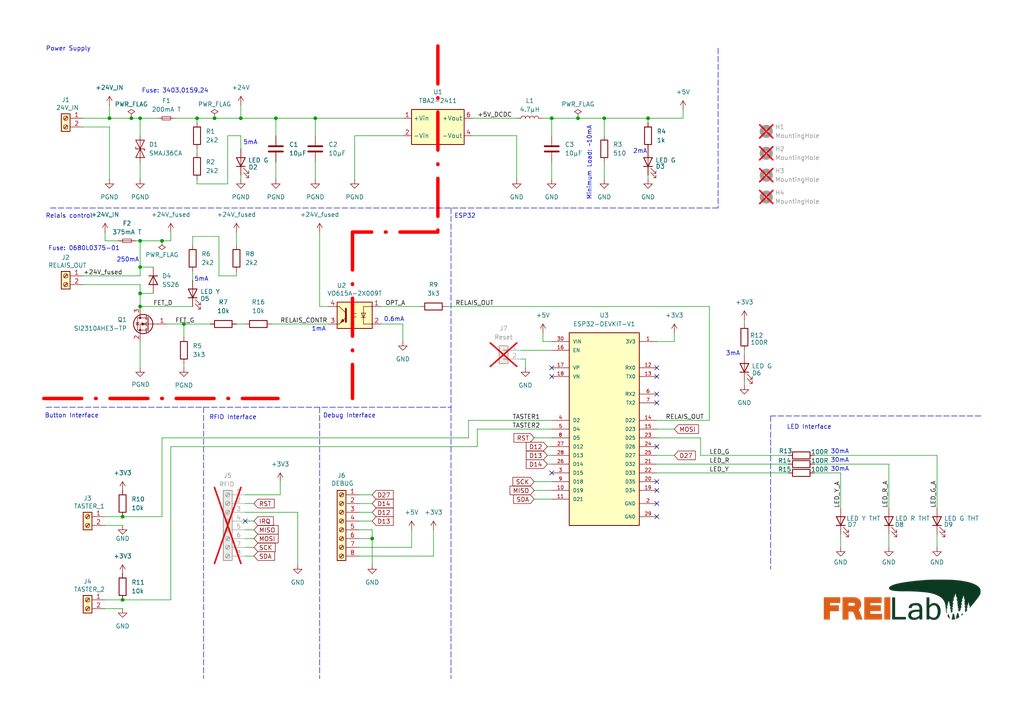
<source format=kicad_sch>
(kicad_sch (version 20250114) (generator "eeschema") (generator_version "9.0")
  (paper "A4")
  (title_block (title "RFID Interface Board") (date "2024-11-16") (rev "V2.0") (company "FreiLAB Freiburg e.V.") (comment 1 "Marius Tetard"))
  (text "2mA" (at 185.674 43.942 0) (effects (font (size 1.27 1.27))))
  (text "30mA" (at 243.586 136.144 0) (effects (font (size 1.27 1.27))))
  (text "Fuse: 3403.0159.24" (at 50.8 26.416 0) (effects (font (size 1.27 1.27))))
  (text "RFID Interface" (at 67.564 121.158 0) (effects (font (size 1.27 1.27))))
  (text "LED Interface" (at 234.696 123.952 0) (effects (font (size 1.27 1.27))))
  (text "5mA" (at 72.644 41.402 0) (effects (font (size 1.27 1.27))))
  (text "0.6mA" (at 114.3 92.71 0) (effects (font (size 1.27 1.27))))
  (text "Relais control" (at 20.066 62.738 0) (effects (font (size 1.27 1.27))))
  (text "1mA" (at 92.456 95.504 0) (effects (font (size 1.27 1.27))))
  (text "30mA" (at 243.586 131.064 0) (effects (font (size 1.27 1.27))))
  (text "30mA" (at 243.586 133.604 0) (effects (font (size 1.27 1.27))))
  (text "3mA" (at 212.598 102.616 0) (effects (font (size 1.27 1.27))))
  (text "Debug Interface" (at 101.346 120.65 0) (effects (font (size 1.27 1.27))))
  (text "5mA" (at 58.42 81.026 0) (effects (font (size 1.27 1.27))))
  (text "Button Interface" (at 20.828 120.65 0) (effects (font (size 1.27 1.27))))
  (text "250mA" (at 37.084 75.438 0) (effects (font (size 1.27 1.27))))
  (text "ESP32" (at 134.874 62.738 0) (effects (font (size 1.27 1.27))))
  (text "Power Supply" (at 19.812 14.224 0) (effects (font (size 1.27 1.27))))
  (text "Fuse: 0680L0375-01" (at 24.384 72.136 0) (effects (font (size 1.27 1.27))))
  (text "Minimum Load: ~10mA" (at 170.942 47.244 90) (effects (font (size 1.27 1.27))))
  (junction (at 69.85 34.29))
  (junction (at 35.56 173.99))
  (junction (at 35.56 149.86))
  (junction (at 160.02 34.29))
  (junction (at 40.64 85.09))
  (junction (at 57.15 34.29))
  (junction (at 167.64 34.29))
  (junction (at 91.44 34.29))
  (junction (at 40.64 69.85))
  (junction (at 62.23 34.29))
  (junction (at 175.26 34.29))
  (junction (at 40.64 34.29))
  (junction (at 40.64 77.47))
  (junction (at 107.95 156.21))
  (junction (at 38.1 34.29))
  (junction (at 40.64 88.9))
  (junction (at 53.34 93.98))
  (junction (at 80.01 34.29))
  (junction (at 46.99 69.85))
  (junction (at 187.96 34.29))
  (junction (at 31.75 34.29))
  (no_connect (at 190.5 116.84))
  (no_connect (at 190.5 109.22))
  (no_connect (at 190.5 142.24))
  (no_connect (at 190.5 149.86))
  (no_connect (at 71.12 151.13))
  (no_connect (at 160.02 109.22))
  (no_connect (at 160.02 106.68))
  (no_connect (at 160.02 137.16))
  (no_connect (at 190.5 139.7))
  (no_connect (at 190.5 106.68))
  (no_connect (at 190.5 129.54))
  (no_connect (at 190.5 146.05))
  (no_connect (at 190.5 114.3))
  (wire (pts (xy 24.13 80.01) (xy 40.64 80.01)))
  (wire (pts (xy 86.36 163.83) (xy 86.36 148.59)))
  (wire (pts (xy 107.95 151.13) (xy 104.14 151.13)))
  (wire (pts (xy 57.15 53.34) (xy 66.04 53.34)))
  (wire (pts (xy 110.49 93.98) (xy 116.84 93.98)))
  (wire (pts (xy 257.81 154.94) (xy 257.81 158.75)))
  (polyline (pts (xy 12.7 115.57) (xy 80.645 115.57)) (stroke (width 1) (type dash_dot) (color 255 0 0 1)))
  (wire (pts (xy 154.94 127) (xy 160.02 127)))
  (polyline (pts (xy 13.335 118.11) (xy 130.81 118.11)) (stroke (width 0) (type dash)))
  (wire (pts (xy 158.75 132.08) (xy 160.02 132.08)))
  (wire (pts (xy 24.13 82.55) (xy 40.64 82.55)))
  (wire (pts (xy 81.28 143.51) (xy 71.12 143.51)))
  (wire (pts (xy 205.74 121.92) (xy 205.74 88.9)))
  (wire (pts (xy 40.64 77.47) (xy 44.45 77.47)))
  (wire (pts (xy 167.64 34.29) (xy 160.02 34.29)))
  (polyline (pts (xy 102.235 67.31) (xy 102.235 115.57)) (stroke (width 1) (type dash_dot) (color 255 0 0 1)))
  (wire (pts (xy 135.89 121.92) (xy 135.89 127)))
  (wire (pts (xy 215.9 101.6) (xy 215.9 102.87)))
  (wire (pts (xy 107.95 156.21) (xy 107.95 163.83)))
  (wire (pts (xy 31.75 34.29) (xy 38.1 34.29)))
  (wire (pts (xy 73.66 156.21) (xy 71.12 156.21)))
  (wire (pts (xy 35.56 173.99) (xy 49.53 173.99)))
  (wire (pts (xy 158.75 134.62) (xy 160.02 134.62)))
  (wire (pts (xy 138.43 124.46) (xy 160.02 124.46)))
  (wire (pts (xy 195.58 124.46) (xy 190.5 124.46)))
  (wire (pts (xy 107.95 153.67) (xy 107.95 156.21)))
  (wire (pts (xy 86.36 148.59) (xy 71.12 148.59)))
  (wire (pts (xy 160.02 39.37) (xy 160.02 34.29)))
  (wire (pts (xy 30.48 67.31) (xy 30.48 69.85)))
  (wire (pts (xy 151.13 104.14) (xy 152.4 104.14)))
  (wire (pts (xy 49.53 129.54) (xy 138.43 129.54)))
  (wire (pts (xy 80.01 52.07) (xy 80.01 46.99)))
  (wire (pts (xy 236.22 134.62) (xy 257.81 134.62)))
  (wire (pts (xy 195.58 96.52) (xy 195.58 99.06)))
  (wire (pts (xy 80.01 34.29) (xy 80.01 39.37)))
  (wire (pts (xy 73.66 158.75) (xy 71.12 158.75)))
  (wire (pts (xy 69.85 34.29) (xy 80.01 34.29)))
  (wire (pts (xy 92.71 67.31) (xy 92.71 88.9)))
  (wire (pts (xy 104.14 161.29) (xy 125.73 161.29)))
  (wire (pts (xy 157.48 34.29) (xy 160.02 34.29)))
  (wire (pts (xy 53.34 106.68) (xy 53.34 105.41)))
  (wire (pts (xy 40.64 99.06) (xy 40.64 106.68)))
  (wire (pts (xy 137.16 34.29) (xy 149.86 34.29)))
  (wire (pts (xy 104.14 158.75) (xy 119.38 158.75)))
  (wire (pts (xy 40.64 34.29) (xy 45.72 34.29)))
  (wire (pts (xy 154.94 139.7) (xy 160.02 139.7)))
  (wire (pts (xy 104.14 156.21) (xy 107.95 156.21)))
  (wire (pts (xy 125.73 153.67) (xy 125.73 161.29)))
  (wire (pts (xy 30.48 176.53) (xy 35.56 176.53)))
  (wire (pts (xy 68.58 93.98) (xy 71.12 93.98)))
  (wire (pts (xy 62.23 34.29) (xy 69.85 34.29)))
  (wire (pts (xy 73.66 161.29) (xy 71.12 161.29)))
  (polyline (pts (xy 92.71 118.11) (xy 92.71 196.85)) (stroke (width 0) (type dash)))
  (wire (pts (xy 160.02 52.07) (xy 160.02 46.99)))
  (wire (pts (xy 195.58 132.08) (xy 190.5 132.08)))
  (wire (pts (xy 190.5 127) (xy 203.2 127)))
  (wire (pts (xy 50.8 34.29) (xy 57.15 34.29)))
  (wire (pts (xy 198.12 31.75) (xy 198.12 34.29)))
  (wire (pts (xy 55.88 68.58) (xy 55.88 71.12)))
  (wire (pts (xy 187.96 34.29) (xy 198.12 34.29)))
  (wire (pts (xy 63.5 80.01) (xy 63.5 68.58)))
  (polyline (pts (xy 284.48 120.65) (xy 223.52 120.65)) (stroke (width 0) (type dash)))
  (wire (pts (xy 157.48 99.06) (xy 160.02 99.06)))
  (polyline (pts (xy 208.28 13.97) (xy 208.28 60.325)) (stroke (width 0) (type dash)))
  (wire (pts (xy 57.15 34.29) (xy 62.23 34.29)))
  (polyline (pts (xy 223.52 120.65) (xy 223.52 165.1)) (stroke (width 0) (type dash)))
  (wire (pts (xy 236.22 137.16) (xy 243.84 137.16)))
  (wire (pts (xy 243.84 137.16) (xy 243.84 147.32)))
  (wire (pts (xy 271.78 132.08) (xy 271.78 147.32)))
  (polyline (pts (xy 127 67.31) (xy 102.235 67.31)) (stroke (width 1) (type dash_dot) (color 255 0 0 1)))
  (wire (pts (xy 175.26 34.29) (xy 167.64 34.29)))
  (wire (pts (xy 30.48 173.99) (xy 35.56 173.99)))
  (wire (pts (xy 40.64 69.85) (xy 46.99 69.85)))
  (wire (pts (xy 63.5 68.58) (xy 55.88 68.58)))
  (wire (pts (xy 154.94 142.24) (xy 160.02 142.24)))
  (wire (pts (xy 236.22 132.08) (xy 271.78 132.08)))
  (wire (pts (xy 48.26 93.98) (xy 53.34 93.98)))
  (wire (pts (xy 69.85 52.07) (xy 69.85 50.8)))
  (wire (pts (xy 35.56 149.86) (xy 46.99 149.86)))
  (wire (pts (xy 81.28 139.7) (xy 81.28 143.51)))
  (wire (pts (xy 40.64 52.07) (xy 40.64 46.99)))
  (wire (pts (xy 158.75 129.54) (xy 160.02 129.54)))
  (wire (pts (xy 40.64 88.9) (xy 55.88 88.9)))
  (wire (pts (xy 91.44 39.37) (xy 91.44 34.29)))
  (wire (pts (xy 135.89 127) (xy 46.99 127)))
  (wire (pts (xy 30.48 152.4) (xy 35.56 152.4)))
  (wire (pts (xy 190.5 99.06) (xy 195.58 99.06)))
  (wire (pts (xy 55.88 78.74) (xy 55.88 81.28)))
  (wire (pts (xy 80.01 34.29) (xy 91.44 34.29)))
  (wire (pts (xy 154.94 144.78) (xy 160.02 144.78)))
  (wire (pts (xy 73.66 151.13) (xy 71.12 151.13)))
  (wire (pts (xy 187.96 34.29) (xy 187.96 35.56)))
  (polyline (pts (xy 59.055 118.11) (xy 59.055 196.85)) (stroke (width 0) (type dash)))
  (wire (pts (xy 73.66 153.67) (xy 71.12 153.67)))
  (wire (pts (xy 78.74 93.98) (xy 95.25 93.98)))
  (wire (pts (xy 215.9 92.71) (xy 215.9 93.98)))
  (wire (pts (xy 24.13 34.29) (xy 31.75 34.29)))
  (wire (pts (xy 175.26 46.99) (xy 175.26 52.07)))
  (wire (pts (xy 68.58 67.31) (xy 68.58 71.12)))
  (wire (pts (xy 57.15 34.29) (xy 57.15 35.56)))
  (wire (pts (xy 30.48 149.86) (xy 35.56 149.86)))
  (wire (pts (xy 187.96 52.07) (xy 187.96 50.8)))
  (wire (pts (xy 110.49 88.9) (xy 121.92 88.9)))
  (wire (pts (xy 49.53 69.85) (xy 49.53 67.31)))
  (wire (pts (xy 46.99 127) (xy 46.99 149.86)))
  (wire (pts (xy 215.9 111.76) (xy 215.9 110.49)))
  (wire (pts (xy 40.64 69.85) (xy 40.64 77.47)))
  (polyline (pts (xy 130.81 60.325) (xy 130.81 118.11)) (stroke (width 0) (type dash)))
  (wire (pts (xy 203.2 127) (xy 203.2 132.08)))
  (wire (pts (xy 39.37 69.85) (xy 40.64 69.85)))
  (wire (pts (xy 129.54 88.9) (xy 205.74 88.9)))
  (wire (pts (xy 149.86 39.37) (xy 149.86 52.07)))
  (wire (pts (xy 69.85 30.48) (xy 69.85 34.29)))
  (wire (pts (xy 31.75 36.83) (xy 31.75 52.07)))
  (wire (pts (xy 152.4 104.14) (xy 152.4 106.68)))
  (wire (pts (xy 40.64 80.01) (xy 40.64 77.47)))
  (wire (pts (xy 190.5 134.62) (xy 228.6 134.62)))
  (wire (pts (xy 257.81 147.32) (xy 257.81 134.62)))
  (wire (pts (xy 24.13 36.83) (xy 31.75 36.83)))
  (wire (pts (xy 38.1 34.29) (xy 40.64 34.29)))
  (wire (pts (xy 190.5 137.16) (xy 228.6 137.16)))
  (wire (pts (xy 102.87 39.37) (xy 116.84 39.37)))
  (wire (pts (xy 138.43 129.54) (xy 138.43 124.46)))
  (wire (pts (xy 40.64 85.09) (xy 44.45 85.09)))
  (wire (pts (xy 116.84 93.98) (xy 116.84 99.06)))
  (wire (pts (xy 49.53 173.99) (xy 49.53 129.54)))
  (wire (pts (xy 203.2 132.08) (xy 228.6 132.08)))
  (wire (pts (xy 53.34 93.98) (xy 60.96 93.98)))
  (wire (pts (xy 137.16 39.37) (xy 149.86 39.37)))
  (wire (pts (xy 151.13 101.6) (xy 160.02 101.6)))
  (wire (pts (xy 57.15 43.18) (xy 57.15 44.45)))
  (polyline (pts (xy 130.81 118.11) (xy 130.81 196.85)) (stroke (width 0) (type dash)))
  (wire (pts (xy 30.48 69.85) (xy 34.29 69.85)))
  (polyline (pts (xy 127 13.335) (xy 127 67.31)) (stroke (width 1) (type dash_dot) (color 255 0 0 1)))
  (wire (pts (xy 73.66 146.05) (xy 71.12 146.05)))
  (wire (pts (xy 91.44 52.07) (xy 91.44 46.99)))
  (wire (pts (xy 68.58 78.74) (xy 68.58 80.01)))
  (wire (pts (xy 102.87 52.07) (xy 102.87 39.37)))
  (wire (pts (xy 66.04 39.37) (xy 69.85 39.37)))
  (wire (pts (xy 107.95 146.05) (xy 104.14 146.05)))
  (wire (pts (xy 40.64 34.29) (xy 40.64 39.37)))
  (wire (pts (xy 135.89 121.92) (xy 160.02 121.92)))
  (wire (pts (xy 190.5 121.92) (xy 205.74 121.92)))
  (polyline (pts (xy 14.605 60.325) (xy 208.28 60.325)) (stroke (width 0) (type dash)))
  (wire (pts (xy 68.58 80.01) (xy 63.5 80.01)))
  (wire (pts (xy 104.14 153.67) (xy 107.95 153.67)))
  (wire (pts (xy 243.84 154.94) (xy 243.84 158.75)))
  (wire (pts (xy 119.38 153.67) (xy 119.38 158.75)))
  (wire (pts (xy 175.26 39.37) (xy 175.26 34.29)))
  (wire (pts (xy 175.26 34.29) (xy 187.96 34.29)))
  (wire (pts (xy 31.75 30.48) (xy 31.75 34.29)))
  (wire (pts (xy 46.99 69.85) (xy 49.53 69.85)))
  (wire (pts (xy 92.71 88.9) (xy 95.25 88.9)))
  (wire (pts (xy 53.34 93.98) (xy 53.34 97.79)))
  (wire (pts (xy 271.78 154.94) (xy 271.78 158.75)))
  (wire (pts (xy 66.04 53.34) (xy 66.04 39.37)))
  (wire (pts (xy 57.15 52.07) (xy 57.15 53.34)))
  (wire (pts (xy 157.48 96.52) (xy 157.48 99.06)))
  (wire (pts (xy 40.64 82.55) (xy 40.64 85.09)))
  (wire (pts (xy 107.95 143.51) (xy 104.14 143.51)))
  (wire (pts (xy 40.64 85.09) (xy 40.64 88.9)))
  (wire (pts (xy 91.44 34.29) (xy 116.84 34.29)))
  (wire (pts (xy 107.95 148.59) (xy 104.14 148.59)))
  (wire (pts (xy 69.85 39.37) (xy 69.85 43.18)))
  (image (at 261.62 173.99) (scale 0.909003))
  (label "RELAIS_OUT" (at 193.04 121.92 0))
  (label "TASTER2" (at 148.59 124.46 0))
  (label "LED_R_A" (at 257.81 147.32 90))
  (label "LED_Y" (at 205.74 137.16 0))
  (label "LED_R" (at 205.74 134.62 0))
  (label "+5V_DCDC" (at 138.43 34.29 0))
  (label "RELAIS_OUT" (at 132.08 88.9 0))
  (label "+24V_fused" (at 24.13 80.01 0))
  (label "OPT_A" (at 111.76 88.9 0))
  (label "LED_G" (at 205.74 132.08 0))
  (label "LED_G_A" (at 271.78 147.32 90))
  (label "LED_Y_A" (at 243.84 147.32 90))
  (label "FET_D" (at 44.45 88.9 0))
  (label "RELAIS_CONTR" (at 81.28 93.98 0))
  (label "FET_G" (at 50.8 93.98 0))
  (label "TASTER1" (at 148.59 121.92 0))
  (global_label "D14" (shape input) (at 107.95 146.05 0) (property "Intersheetrefs" "${INTERSHEET_REFS}" (effects (hide yes))))
  (global_label "SCK" (shape input) (at 73.66 158.75 0) (property "Intersheetrefs" "${INTERSHEET_REFS}" (effects (hide yes))))
  (global_label "D27" (shape input) (at 107.95 143.51 0) (property "Intersheetrefs" "${INTERSHEET_REFS}" (effects (hide yes))))
  (global_label "MISO" (shape input) (at 154.94 142.24 180) (property "Intersheetrefs" "${INTERSHEET_REFS}" (effects (hide yes))))
  (global_label "RST" (shape input) (at 154.94 127 180) (property "Intersheetrefs" "${INTERSHEET_REFS}" (effects (hide yes))))
  (global_label "D27" (shape input) (at 195.58 132.08 0) (property "Intersheetrefs" "${INTERSHEET_REFS}" (effects (hide yes))))
  (global_label "SCK" (shape input) (at 154.94 139.7 180) (property "Intersheetrefs" "${INTERSHEET_REFS}" (effects (hide yes))))
  (global_label "SDA" (shape input) (at 154.94 144.78 180) (property "Intersheetrefs" "${INTERSHEET_REFS}" (effects (hide yes))))
  (global_label "D13" (shape input) (at 107.95 151.13 0) (property "Intersheetrefs" "${INTERSHEET_REFS}" (effects (hide yes))))
  (global_label "D13" (shape input) (at 158.75 132.08 180) (property "Intersheetrefs" "${INTERSHEET_REFS}" (effects (hide yes))))
  (global_label "D12" (shape input) (at 107.95 148.59 0) (property "Intersheetrefs" "${INTERSHEET_REFS}" (effects (hide yes))))
  (global_label "MOSI" (shape input) (at 73.66 156.21 0) (property "Intersheetrefs" "${INTERSHEET_REFS}" (effects (hide yes))))
  (global_label "D14" (shape input) (at 158.75 134.62 180) (property "Intersheetrefs" "${INTERSHEET_REFS}" (effects (hide yes))))
  (global_label "MISO" (shape input) (at 73.66 153.67 0) (property "Intersheetrefs" "${INTERSHEET_REFS}" (effects (hide yes))))
  (global_label "MOSI" (shape input) (at 195.58 124.46 0) (property "Intersheetrefs" "${INTERSHEET_REFS}" (effects (hide yes))))
  (global_label "SDA" (shape input) (at 73.66 161.29 0) (property "Intersheetrefs" "${INTERSHEET_REFS}" (effects (hide yes))))
  (global_label "IRQ" (shape input) (at 73.66 151.13 0) (property "Intersheetrefs" "${INTERSHEET_REFS}" (effects (hide yes))))
  (global_label "RST" (shape input) (at 73.66 146.05 0) (property "Intersheetrefs" "${INTERSHEET_REFS}" (effects (hide yes))))
  (global_label "D12" (shape input) (at 158.75 129.54 180) (property "Intersheetrefs" "${INTERSHEET_REFS}" (effects (hide yes))))
  (symbol (lib_id "power:+5V") (at 157.48 96.52 0) (unit 1)
    (property "Reference" "#PWR0129" (effects (hide yes)))
    (property "Value" "+5V" (at 157.48 91.44 0))
    (property "Description" "Power symbol creates a global label with name \"+5V\"" (effects (hide yes)))
  )
  (symbol (lib_id "Device:LED") (at 271.78 151.13 90) (unit 1)
    (property "Reference" "D9" (at 275.082 152.146 90))
    (property "Value" "LED G THT" (at 278.892 150.368 90))
    (property "Footprint" "LED_THT:LED_D5.0mm_Horizontal_O6.35mm_Z15.0mm" (effects (hide yes)))
    (property "Description" "Light emitting diode" (effects (hide yes)))
    (property "Digikey" "1516-1364-ND" (effects (hide yes)))
  )
  (symbol (lib_id "power:+24V") (at 68.58 67.31 0) (mirror y) (unit 1)
    (property "Reference" "#PWR0113" (effects (hide yes)))
    (property "Value" "+24V_fused" (at 68.58 62.23 0))
    (property "Description" "Power symbol creates a global label with name \"+24V\"" (effects (hide yes)))
  )
  (symbol (lib_id "Mechanical:MountingHole") (at 222.25 57.15 0) (unit 1) (exclude_from_sim yes) (in_bom no) (dnp yes)
    (property "Reference" "H4" (at 224.79 55.8799 0) (effects (justify left)))
    (property "Value" "MountingHole" (at 224.79 58.4199 0) (effects (justify left)))
    (property "Footprint" "MountingHole:MountingHole_4mm" (effects (hide yes)))
    (property "Description" "Mounting Hole without connection" (effects (hide yes)))
  )
  (symbol (lib_id "Device:R") (at 68.58 74.93 0) (unit 1)
    (property "Reference" "R8" (at 71.12 73.6599 0) (effects (justify left)))
    (property "Value" "2k2" (at 71.12 76.1999 0) (effects (justify left)))
    (property "Footprint" "Resistor_SMD:R_0603_1608Metric" (effects (hide yes)))
    (property "Description" "Resistor" (effects (hide yes)))
    (property "Size" "0603" (effects (hide yes)))
    (property "Power Rating" "100mW" (effects (hide yes)))
    (property "Digikey" "13-RC0603FR-132K2LCT-ND" (effects (hide yes)))
    (property "LCSC Part #" "C2907117" (effects (hide yes)))
  )
  (symbol (lib_id "Device:R") (at 175.26 43.18 180) (unit 1)
    (property "Reference" "R3" (at 177.8 41.9099 0) (effects (justify right)))
    (property "Value" "510" (at 177.8 44.4499 0) (effects (justify right)))
    (property "Footprint" "Resistor_SMD:R_0603_1608Metric" (effects (hide yes)))
    (property "Description" "Resistor" (effects (hide yes)))
    (property "Size" "0603" (effects (hide yes)))
    (property "Power Rating" "100mW" (effects (hide yes)))
    (property "Digikey" "311-510HRCT-ND" (effects (hide yes)))
    (property "LCSC Part #" "C2907048" (effects (hide yes)))
  )
  (symbol (lib_id "Device:R") (at 64.77 93.98 90) (unit 1)
    (property "Reference" "R7" (at 64.77 87.63 90))
    (property "Value" "10k" (at 64.77 90.17 90))
    (property "Footprint" "Resistor_SMD:R_0603_1608Metric" (effects (hide yes)))
    (property "Description" "Resistor" (effects (hide yes)))
    (property "Size" "0603" (effects (hide yes)))
    (property "Power Rating" "100mW" (effects (hide yes)))
    (property "Digikey" "311-10.0KHRCT-ND" (effects (hide yes)))
    (property "LCSC Part #" "C15401" (effects (hide yes)))
  )
  (symbol (lib_id "Device:LED") (at 257.81 151.13 90) (unit 1)
    (property "Reference" "D8" (at 260.858 152.146 90))
    (property "Value" "LED R THT" (at 264.668 150.368 90))
    (property "Footprint" "LED_THT:LED_D5.0mm_Horizontal_O6.35mm_Z15.0mm" (effects (hide yes)))
    (property "Description" "Light emitting diode" (effects (hide yes)))
    (property "Digikey" "1516-1359-ND" (effects (hide yes)))
  )
  (symbol (lib_id "Connector:Screw_Terminal_01x08") (at 99.06 151.13 0) (mirror y) (unit 1)
    (property "Reference" "J6" (at 99.06 137.922 0))
    (property "Value" "DEBUG" (at 99.314 140.208 0))
    (property "Footprint" "Connector_PinHeader_2.54mm:PinHeader_1x08_P2.54mm_Vertical" (effects (hide yes)))
    (property "Description" "Generic screw terminal, single row, 01x08, script generated (kicad-library-utils/schlib/autogen/connector/)" (effects (hide yes)))
  )
  (symbol (lib_id "power:GND") (at 35.56 152.4 0) (unit 1)
    (property "Reference" "#PWR0104" (effects (hide yes)))
    (property "Value" "GND" (at 35.56 156.21 0))
    (property "Description" "Power symbol creates a global label with name \"GND\" , ground" (effects (hide yes)))
  )
  (symbol (lib_id "power:GND") (at 149.86 52.07 0) (unit 1)
    (property "Reference" "#PWR0124" (effects (hide yes)))
    (property "Value" "GND" (at 149.86 57.15 0))
    (property "Description" "Power symbol creates a global label with name \"GND\" , ground" (effects (hide yes)))
  )
  (symbol (lib_id "Device:R") (at 232.41 134.62 90) (unit 1)
    (property "Reference" "R14" (at 227.584 133.604 90))
    (property "Value" "100R" (at 237.744 133.604 90))
    (property "Footprint" "Resistor_SMD:R_0805_2012Metric" (effects (hide yes)))
    (property "Description" "Resistor" (effects (hide yes)))
    (property "Size" "0805" (effects (hide yes)))
    (property "Power Rating" "125mW" (effects (hide yes)))
    (property "Digikey" "311-100CRCT-ND" (effects (hide yes)))
    (property "LCSC Part #" "C103909" (effects (hide yes)))
  )
  (symbol (lib_id "Device:R") (at 55.88 74.93 0) (unit 1)
    (property "Reference" "R6" (at 58.42 73.6599 0) (effects (justify left)))
    (property "Value" "2k2" (at 58.42 76.1999 0) (effects (justify left)))
    (property "Footprint" "Resistor_SMD:R_0603_1608Metric" (effects (hide yes)))
    (property "Description" "Resistor" (effects (hide yes)))
    (property "Size" "0603" (effects (hide yes)))
    (property "Power Rating" "100mW" (effects (hide yes)))
    (property "Digikey" "13-RC0603FR-132K2LCT-ND" (effects (hide yes)))
    (property "LCSC Part #" "C2907117" (effects (hide yes)))
  )
  (symbol (lib_id "power:GND") (at 215.9 111.76 0) (unit 1)
    (property "Reference" "#PWR0130" (effects (hide yes)))
    (property "Value" "GND" (at 215.9 116.84 0))
    (property "Description" "Power symbol creates a global label with name \"GND\" , ground" (effects (hide yes)))
  )
  (symbol (lib_id "power:GND") (at 257.81 158.75 0) (unit 1)
    (property "Reference" "#PWR0134" (effects (hide yes)))
    (property "Value" "GND" (at 259.842 163.068 0) (effects (justify right)))
    (property "Description" "Power symbol creates a global label with name \"GND\" , ground" (effects (hide yes)))
  )
  (symbol (lib_id "esp32-devkit-v1:ESP32-DEVKIT-V1") (at 175.26 124.46 0) (unit 1)
    (property "Reference" "U3" (at 175.26 91.44 0))
    (property "Value" "ESP32-DEVKIT-V1" (at 175.26 93.98 0))
    (property "Footprint" "ESP32-DEVKIT-V1:MODULE_ESP32_DEVKIT_V1" (effects (hide yes)))
    (property "MANUFACTURER" "DOIT" (effects (hide yes)))
    (property "PARTREV" "N/A" (effects (hide yes)))
    (property "MAXIMUM_PACKAGE_HEIGHT" "6.8 mm" (effects (hide yes)))
    (property "STANDARD" "Manufacturer Recommendations" (effects (hide yes)))
  )
  (symbol (lib_id "Connector:Screw_Terminal_01x08") (at 66.04 151.13 0) (mirror y) (unit 1) (dnp yes)
    (property "Reference" "J5" (at 66.04 137.922 0))
    (property "Value" "RFID" (at 65.786 140.462 0))
    (property "Footprint" "Connector_PinHeader_2.54mm:PinHeader_1x08_P2.54mm_Vertical" (effects (hide yes)))
    (property "Description" "Generic screw terminal, single row, 01x08, script generated (kicad-library-utils/schlib/autogen/connector/)" (effects (hide yes)))
  )
  (symbol (lib_id "Device:R") (at 74.93 93.98 90) (unit 1)
    (property "Reference" "R16" (at 74.93 87.63 90))
    (property "Value" "10k" (at 74.93 90.17 90))
    (property "Footprint" "Resistor_SMD:R_0603_1608Metric" (effects (hide yes)))
    (property "Description" "Resistor" (effects (hide yes)))
    (property "Size" "0603" (effects (hide yes)))
    (property "Power Rating" "100mW" (effects (hide yes)))
    (property "Digikey" "311-10.0KHRCT-ND" (effects (hide yes)))
    (property "LCSC Part #" "C15401" (effects (hide yes)))
  )
  (symbol (lib_id "power:+5V") (at 198.12 31.75 0) (unit 1)
    (property "Reference" "#PWR0122" (effects (hide yes)))
    (property "Value" "+5V" (at 198.12 26.67 0))
    (property "Description" "Power symbol creates a global label with name \"+5V\"" (effects (hide yes)))
  )
  (symbol (lib_id "Device:C") (at 160.02 43.18 0) (unit 1)
    (property "Reference" "C3" (at 163.83 41.9099 0) (effects (justify left)))
    (property "Value" "10µF" (at 163.83 44.4499 0) (effects (justify left)))
    (property "Footprint" "Capacitor_SMD:C_0805_2012Metric" (effects (hide yes)))
    (property "Description" "Unpolarized capacitor" (effects (hide yes)))
    (property "Size" "0805" (effects (hide yes)))
    (property "Voltage Rating" "50V" (effects (hide yes)))
    (property "Digikey" "490-GRM21BR61H106KE43KCT-ND" (effects (hide yes)))
    (property "LCSC Part #" "C440198" (effects (hide yes)))
  )
  (symbol (lib_id "power:GND") (at 91.44 52.07 0) (unit 1)
    (property "Reference" "#PWR0115" (effects (hide yes)))
    (property "Value" "PGND" (at 91.44 57.15 0))
    (property "Description" "Power symbol creates a global label with name \"GND\" , ground" (effects (hide yes)))
  )
  (symbol (lib_id "power:PWR_FLAG") (at 167.64 34.29 0) (unit 1)
    (property "Reference" "#FLG02" (effects (hide yes)))
    (property "Value" "PWR_FLAG" (at 167.64 30.226 0))
    (property "Description" "Special symbol for telling ERC where power comes from" (effects (hide yes)))
  )
  (symbol (lib_id "power:+5V") (at 195.58 96.52 0) (unit 1)
    (property "Reference" "#PWR0131" (effects (hide yes)))
    (property "Value" "+3V3" (at 195.58 91.44 0))
    (property "Description" "Power symbol creates a global label with name \"+5V\"" (effects (hide yes)))
  )
  (symbol (lib_id "power:GND") (at 116.84 99.06 0) (unit 1)
    (property "Reference" "#PWR0101" (effects (hide yes)))
    (property "Value" "GND" (at 116.84 104.14 0))
    (property "Description" "Power symbol creates a global label with name \"GND\" , ground" (effects (hide yes)))
  )
  (symbol (lib_id "Device:R") (at 232.41 137.16 90) (unit 1)
    (property "Reference" "R15" (at 227.584 136.144 90))
    (property "Value" "100R" (at 237.744 136.144 90))
    (property "Footprint" "Resistor_SMD:R_0805_2012Metric" (effects (hide yes)))
    (property "Description" "Resistor" (effects (hide yes)))
    (property "Size" "0805" (effects (hide yes)))
    (property "Power Rating" "125mW" (effects (hide yes)))
    (property "Digikey" "311-100CRCT-ND" (effects (hide yes)))
    (property "LCSC Part #" "C103909" (effects (hide yes)))
  )
  (symbol (lib_id "power:GND") (at 107.95 163.83 0) (unit 1)
    (property "Reference" "#PWR0105" (effects (hide yes)))
    (property "Value" "GND" (at 107.95 168.91 0))
    (property "Description" "Power symbol creates a global label with name \"GND\" , ground" (effects (hide yes)))
  )
  (symbol (lib_id "Transistor_FET:2N7002") (at 43.18 93.98 0) (mirror y) (unit 1)
    (property "Reference" "Q1" (at 36.83 92.7099 0) (effects (justify left)))
    (property "Value" "SI2310AHE3-TP" (at 36.83 95.2499 0) (effects (justify left)))
    (property "Footprint" "Package_TO_SOT_SMD:SOT-23" (effects (hide yes)))
    (property "Datasheet" "https://wmsc.lcsc.com/wmsc/upload/file/pdf/v2/lcsc/2307211758_MCC-Micro-Commercial-Components-SI2310AHE3-TP_C5243799.pdf" (effects (hide yes)))
    (property "Description" "N-Channel 60 V 3A 1.2W Surface Mount SOT-23" (effects (hide yes)))
    (property "Digikey" "353-SI2310AHE3-TP-ND" (effects (hide yes)))
    (property "LCSC Part #" "C5243799" (effects (hide yes)))
  )
  (symbol (lib_id "Converter_DCDC:TBA2-2411") (at 127 36.83 0) (unit 1)
    (property "Reference" "U1" (at 127 26.67 0))
    (property "Value" "TBA2-2411" (at 127 29.21 0))
    (property "Footprint" "Converter_DCDC:Converter_DCDC_TRACO_TBA2-xxxx_Single_THT" (effects (hide yes)))
    (property "Datasheet" "https://www.tracopower.com/products/tba2.pdf" (effects (hide yes)))
    (property "Description" "2W DC/DC converter unregulated, 21.6-26.4V input, 5V fixed output voltage, 400mA output, 1.5kVDC isolation, SIP-7" (effects (hide yes)))
    (property "Digikey" "1951-3441-ND" (effects (hide yes)))
  )
  (symbol (lib_id "power:GND") (at 35.56 176.53 0) (unit 1)
    (property "Reference" "#PWR0106" (effects (hide yes)))
    (property "Value" "GND" (at 35.56 181.61 0))
    (property "Description" "Power symbol creates a global label with name \"GND\" , ground" (effects (hide yes)))
  )
  (symbol (lib_id "power:GND") (at 152.4 106.68 0) (unit 1)
    (property "Reference" "#PWR02" (effects (hide yes)))
    (property "Value" "GND" (at 152.4 111.76 0))
    (property "Description" "Power symbol creates a global label with name \"GND\" , ground" (effects (hide yes)))
  )
  (symbol (lib_id "power:PWR_FLAG") (at 38.1 34.29 0) (unit 1)
    (property "Reference" "#FLG03" (effects (hide yes)))
    (property "Value" "PWR_FLAG" (at 38.1 30.226 0))
    (property "Description" "Special symbol for telling ERC where power comes from" (effects (hide yes)))
  )
  (symbol (lib_id "Device:R") (at 125.73 88.9 270) (mirror x) (unit 1)
    (property "Reference" "R9" (at 125.73 82.55 90))
    (property "Value" "3k3" (at 125.73 85.09 90))
    (property "Footprint" "Resistor_SMD:R_0603_1608Metric" (effects (hide yes)))
    (property "Description" "Resistor" (effects (hide yes)))
    (property "Size" "0603" (effects (hide yes)))
    (property "Power Rating" "100mW" (effects (hide yes)))
    (property "Digikey" "311-3.30KHRCT-ND" (effects (hide yes)))
    (property "LCSC Part #" "C22978" (effects (hide yes)))
  )
  (symbol (lib_id "Device:LED") (at 215.9 106.68 90) (unit 1)
    (property "Reference" "D6" (at 219.456 108.204 90))
    (property "Value" "LED G" (at 220.98 106.172 90))
    (property "Footprint" "LED_SMD:LED_0603_1608Metric" (effects (hide yes)))
    (property "Description" "Light emitting diode" (effects (hide yes)))
    (property "Size" "0603" (effects (hide yes)))
    (property "Digikey" "160-1183-1-ND" (effects (hide yes)))
    (property "LCSC Part #" "C22371298" (effects (hide yes)))
  )
  (symbol (lib_id "power:+5V") (at 119.38 153.67 0) (unit 1)
    (property "Reference" "#PWR0128" (effects (hide yes)))
    (property "Value" "+5V" (at 119.38 148.59 0))
    (property "Description" "Power symbol creates a global label with name \"+5V\"" (effects (hide yes)))
  )
  (symbol (lib_id "power:GND") (at 102.87 52.07 0) (unit 1)
    (property "Reference" "#PWR0114" (effects (hide yes)))
    (property "Value" "PGND" (at 102.87 57.15 0))
    (property "Description" "Power symbol creates a global label with name \"GND\" , ground" (effects (hide yes)))
  )
  (symbol (lib_id "Device:Fuse_Small") (at 36.83 69.85 180) (unit 1)
    (property "Reference" "F2" (at 36.83 64.77 0))
    (property "Value" "375mA T" (at 36.83 67.31 0))
    (property "Footprint" "Fuse:Fuse_Littelfuse-NANO2-451_453" (effects (hide yes)))
    (property "Description" "FUSE BRD MT 375MA 125VAC/VDC SMD" (effects (hide yes)))
    (property "Digikey" "5923-0680L0375-01CT-ND" (effects (hide yes)))
  )
  (symbol (lib_id "Device:R") (at 187.96 39.37 0) (unit 1)
    (property "Reference" "R4" (at 190.5 38.0999 0) (effects (justify left)))
    (property "Value" "1k" (at 190.5 40.6399 0) (effects (justify left)))
    (property "Footprint" "Resistor_SMD:R_0603_1608Metric" (effects (hide yes)))
    (property "Description" "Resistor" (effects (hide yes)))
    (property "Size" "0603" (effects (hide yes)))
    (property "Power Rating" "100mW" (effects (hide yes)))
    (property "Digikey" "311-1.00KHRCT-ND" (effects (hide yes)))
    (property "LCSC Part #" "C21190" (effects (hide yes)))
  )
  (symbol (lib_id "Device:D") (at 44.45 81.28 270) (unit 1)
    (property "Reference" "D4" (at 46.99 80.0099 90) (effects (justify left)))
    (property "Value" "SS26" (at 46.99 82.5499 90) (effects (justify left)))
    (property "Footprint" "Diode_SMD:D_SMA" (effects (hide yes)))
    (property "Datasheet" "https://wmsc.lcsc.com/wmsc/upload/file/pdf/v2/lcsc/2301300930_ElecSuper-SS26_C5350986.pdf" (effects (hide yes)))
    (property "Description" "Diode" (effects (hide yes)))
    (property "Sim.Device" "D" (effects (hide yes)))
    (property "Sim.Pins" "1=K 2=A" (effects (hide yes)))
    (property "Size" "SMA" (effects (hide yes)))
    (property "Digikey" "SS26-LTPMSCT-ND" (effects (hide yes)))
    (property "LCSC Part #" "C5350986" (effects (hide yes)))
  )
  (symbol (lib_id "Device:L") (at 153.67 34.29 90) (unit 1)
    (property "Reference" "L1" (at 153.67 29.21 90))
    (property "Value" "4.7µH" (at 153.67 31.75 90))
    (property "Footprint" "Inductor_SMD:L_Chilisin_BMRB00060650" (effects (hide yes)))
    (property "Description" "Inductor" (effects (hide yes)))
    (property "Size" "6.6mm x 7.2mm" (effects (hide yes)))
    (property "Digikey" "445-174746-1-ND" (effects (hide yes)))
    (property "LCSC Part #" "C5189938" (effects (hide yes)))
  )
  (symbol (lib_id "power:+24V") (at 31.75 30.48 0) (mirror y) (unit 1)
    (property "Reference" "#PWR0121" (effects (hide yes)))
    (property "Value" "+24V_IN" (at 31.75 25.4 0))
    (property "Description" "Power symbol creates a global label with name \"+24V\"" (effects (hide yes)))
  )
  (symbol (lib_id "Device:R") (at 57.15 48.26 0) (unit 1)
    (property "Reference" "R2" (at 59.69 46.9899 0) (effects (justify left)))
    (property "Value" "2k2" (at 59.69 49.5299 0) (effects (justify left)))
    (property "Footprint" "Resistor_SMD:R_0603_1608Metric" (effects (hide yes)))
    (property "Description" "Resistor" (effects (hide yes)))
    (property "Size" "0603" (effects (hide yes)))
    (property "Power Rating" "100mW" (effects (hide yes)))
    (property "Digikey" "13-RC0603FR-132K2LCT-ND" (effects (hide yes)))
    (property "LCSC Part #" "C2907117" (effects (hide yes)))
  )
  (symbol (lib_id "power:+3V3") (at 35.56 142.24 0) (unit 1)
    (property "Reference" "#PWR0103" (effects (hide yes)))
    (property "Value" "+3V3" (at 35.56 137.16 0))
    (property "Description" "Power symbol creates a global label with name \"+3V3\"" (effects (hide yes)))
  )
  (symbol (lib_id "Connector:Screw_Terminal_01x02") (at 25.4 149.86 0) (mirror y) (unit 1)
    (property "Reference" "J3" (at 25.4 144.526 0))
    (property "Value" "TASTER_1" (at 25.908 146.812 0))
    (property "Footprint" "TerminalBlock_Phoenix:TerminalBlock_Phoenix_PT-1,5-2-3.5-H_1x02_P3.50mm_Horizontal" (effects (hide yes)))
    (property "Description" "TERM BLK 2POS SIDE ENT 3.5MM PCB" (effects (hide yes)))
    (property "Digikey" "277-1721-ND" (effects (hide yes)))
    (property "Other" "Phoenix 1984617" (effects (hide yes)))
  )
  (symbol (lib_id "Device:Fuse_Small") (at 48.26 34.29 0) (unit 1)
    (property "Reference" "F1" (at 48.26 29.21 0))
    (property "Value" "200mA T" (at 48.26 31.75 0))
    (property "Footprint" "Fuse:Fuse_Schurter_UMZ250" (effects (hide yes)))
    (property "Description" "Fuse, small symbol" (effects (hide yes)))
    (property "Digikey" "486-4658-1-ND" (effects (hide yes)))
  )
  (symbol (lib_id "power:GND") (at 271.78 158.75 0) (unit 1)
    (property "Reference" "#PWR0135" (effects (hide yes)))
    (property "Value" "GND" (at 273.812 163.068 0) (effects (justify right)))
    (property "Description" "Power symbol creates a global label with name \"GND\" , ground" (effects (hide yes)))
  )
  (symbol (lib_id "Device:R") (at 57.15 39.37 0) (unit 1)
    (property "Reference" "R1" (at 59.69 38.0999 0) (effects (justify left)))
    (property "Value" "2k2" (at 59.69 40.6399 0) (effects (justify left)))
    (property "Footprint" "Resistor_SMD:R_0603_1608Metric" (effects (hide yes)))
    (property "Description" "Resistor" (effects (hide yes)))
    (property "Size" "0603" (effects (hide yes)))
    (property "Power Rating" "100mW" (effects (hide yes)))
    (property "Digikey" "13-RC0603FR-132K2LCT-ND" (effects (hide yes)))
    (property "LCSC Part #" "C2907117" (effects (hide yes)))
  )
  (symbol (lib_id "Device:R") (at 35.56 170.18 180) (unit 1)
    (property "Reference" "R11" (at 38.1 168.9099 0) (effects (justify right)))
    (property "Value" "10k" (at 38.1 171.4499 0) (effects (justify right)))
    (property "Footprint" "Resistor_SMD:R_0603_1608Metric" (effects (hide yes)))
    (property "Description" "Resistor" (effects (hide yes)))
    (property "Size" "0603" (effects (hide yes)))
    (property "Power Rating" "100mW" (effects (hide yes)))
    (property "Digikey" "311-10.0KHRCT-ND" (effects (hide yes)))
    (property "LCSC Part #" "C15401" (effects (hide yes)))
  )
  (symbol (lib_id "power:+3V3") (at 81.28 139.7 0) (mirror y) (unit 1)
    (property "Reference" "#PWR0117" (effects (hide yes)))
    (property "Value" "+3V3" (at 81.28 134.62 0))
    (property "Description" "Power symbol creates a global label with name \"+3V3\"" (effects (hide yes)))
  )
  (symbol (lib_id "Connector:Screw_Terminal_01x02") (at 19.05 34.29 0) (mirror y) (unit 1)
    (property "Reference" "J1" (at 19.05 28.956 0))
    (property "Value" "24V_IN" (at 19.558 31.242 0))
    (property "Footprint" "TerminalBlock_Phoenix:TerminalBlock_Phoenix_PT-1,5-2-3.5-H_1x02_P3.50mm_Horizontal" (effects (hide yes)))
    (property "Description" "TERM BLK 2POS SIDE ENT 3.5MM PCB" (effects (hide yes)))
    (property "Digikey" "277-1721-ND" (effects (hide yes)))
    (property "Other" "Phoenix 1984617" (effects (hide yes)))
  )
  (symbol (lib_id "Device:R") (at 35.56 146.05 180) (unit 1)
    (property "Reference" "R10" (at 38.1 144.7799 0) (effects (justify right)))
    (property "Value" "10k" (at 38.1 147.3199 0) (effects (justify right)))
    (property "Footprint" "Resistor_SMD:R_0603_1608Metric" (effects (hide yes)))
    (property "Description" "Resistor" (effects (hide yes)))
    (property "Size" "0603" (effects (hide yes)))
    (property "Power Rating" "100mW" (effects (hide yes)))
    (property "Digikey" "311-10.0KHRCT-ND" (effects (hide yes)))
    (property "LCSC Part #" "C15401" (effects (hide yes)))
  )
  (symbol (lib_id "Device:R") (at 232.41 132.08 90) (unit 1)
    (property "Reference" "R13" (at 227.838 130.81 90))
    (property "Value" "100R" (at 237.744 131.064 90))
    (property "Footprint" "Resistor_SMD:R_0805_2012Metric" (effects (hide yes)))
    (property "Description" "Resistor" (effects (hide yes)))
    (property "Size" "0805" (effects (hide yes)))
    (property "Power Rating" "125mW" (effects (hide yes)))
    (property "Digikey" "311-100CRCT-ND" (effects (hide yes)))
    (property "LCSC Part #" "C103909" (effects (hide yes)))
  )
  (symbol (lib_id "power:GND") (at 86.36 163.83 0) (mirror y) (unit 1)
    (property "Reference" "#PWR0108" (effects (hide yes)))
    (property "Value" "GND" (at 86.36 168.91 0))
    (property "Description" "Power symbol creates a global label with name \"GND\" , ground" (effects (hide yes)))
  )
  (symbol (lib_id "power:GND") (at 187.96 52.07 0) (unit 1)
    (property "Reference" "#PWR0126" (effects (hide yes)))
    (property "Value" "GND" (at 187.96 57.15 0))
    (property "Description" "Power symbol creates a global label with name \"GND\" , ground" (effects (hide yes)))
  )
  (symbol (lib_id "power:+5V") (at 215.9 92.71 0) (unit 1)
    (property "Reference" "#PWR0132" (effects (hide yes)))
    (property "Value" "+3V3" (at 215.9 87.63 0))
    (property "Description" "Power symbol creates a global label with name \"+5V\"" (effects (hide yes)))
  )
  (symbol (lib_id "power:GND") (at 175.26 52.07 0) (unit 1)
    (property "Reference" "#PWR0125" (effects (hide yes)))
    (property "Value" "GND" (at 175.26 57.15 0))
    (property "Description" "Power symbol creates a global label with name \"GND\" , ground" (effects (hide yes)))
  )
  (symbol (lib_id "Connector:Screw_Terminal_01x02") (at 19.05 80.01 0) (mirror y) (unit 1)
    (property "Reference" "J2" (at 19.05 74.676 0))
    (property "Value" "RELAIS_OUT" (at 19.558 76.962 0))
    (property "Footprint" "TerminalBlock_Phoenix:TerminalBlock_Phoenix_PT-1,5-2-3.5-H_1x02_P3.50mm_Horizontal" (effects (hide yes)))
    (property "Description" "TERM BLK 2POS SIDE ENT 3.5MM PCB" (effects (hide yes)))
    (property "Digikey" "277-1721-ND" (effects (hide yes)))
    (property "Other" "Phoenix 1984617" (effects (hide yes)))
  )
  (symbol (lib_id "Connector_Generic:Conn_01x02") (at 146.05 101.6 0) (mirror y) (unit 1) (dnp yes)
    (property "Reference" "J7" (at 146.05 95.25 0))
    (property "Value" "Reset" (at 146.05 97.79 0))
    (property "Footprint" "Connector_PinHeader_2.54mm:PinHeader_1x02_P2.54mm_Vertical" (effects (hide yes)))
    (property "Description" "Generic connector, single row, 01x02, script generated (kicad-library-utils/schlib/autogen/connector/)" (effects (hide yes)))
  )
  (symbol (lib_id "power:+5V") (at 125.73 153.67 0) (unit 1)
    (property "Reference" "#PWR0127" (effects (hide yes)))
    (property "Value" "+3V3" (at 125.73 148.59 0))
    (property "Description" "Power symbol creates a global label with name \"+5V\"" (effects (hide yes)))
  )
  (symbol (lib_id "Diode:SMAJ36CA") (at 40.64 43.18 90) (unit 1)
    (property "Reference" "D1" (at 43.18 41.9099 90) (effects (justify right)))
    (property "Value" "SMAJ36CA" (at 43.18 44.4499 90) (effects (justify right)))
    (property "Footprint" "Diode_SMD:D_SMA" (effects (hide yes)))
    (property "Datasheet" "https://wmsc.lcsc.com/wmsc/upload/file/pdf/v2/lcsc/2304140030_GOODWORK-SMAJ36CA_C908830.pdf" (effects (hide yes)))
    (property "Description" "400W bidirectional Transient Voltage Suppressor, 36.0Vr, SMA(DO-214AC)" (effects (hide yes)))
    (property "Size" "SMA" (effects (hide yes)))
    (property "Digikey" "SMAJ36CA-TPMSCT-ND" (effects (hide yes)))
    (property "LCSC Part #" "C908830" (effects (hide yes)))
  )
  (symbol (lib_id "Device:LED") (at 187.96 46.99 90) (unit 1)
    (property "Reference" "D3" (at 191.516 48.26 90))
    (property "Value" "LED G" (at 193.04 46.482 90))
    (property "Footprint" "LED_SMD:LED_0603_1608Metric" (effects (hide yes)))
    (property "Description" "Light emitting diode" (effects (hide yes)))
    (property "Size" "0603" (effects (hide yes)))
    (property "Digikey" "160-1183-1-ND" (effects (hide yes)))
    (property "LCSC Part #" "C22371298" (effects (hide yes)))
  )
  (symbol (lib_id "Device:R") (at 215.9 97.79 180) (unit 1)
    (property "Reference" "R12" (at 219.456 97.282 0))
    (property "Value" "100R" (at 220.218 99.314 0))
    (property "Footprint" "Resistor_SMD:R_0805_2012Metric" (effects (hide yes)))
    (property "Description" "Resistor" (effects (hide yes)))
    (property "Size" "0805" (effects (hide yes)))
    (property "Power Rating" "125mW" (effects (hide yes)))
    (property "Digikey" "311-100CRCT-ND" (effects (hide yes)))
    (property "LCSC Part #" "C103909" (effects (hide yes)))
  )
  (symbol (lib_id "power:GND") (at 69.85 52.07 0) (unit 1)
    (property "Reference" "#PWR0112" (effects (hide yes)))
    (property "Value" "PGND" (at 69.85 57.15 0))
    (property "Description" "Power symbol creates a global label with name \"GND\" , ground" (effects (hide yes)))
  )
  (symbol (lib_id "power:GND") (at 31.75 52.07 0) (unit 1)
    (property "Reference" "#PWR0118" (effects (hide yes)))
    (property "Value" "PGND" (at 31.75 57.15 0))
    (property "Description" "Power symbol creates a global label with name \"GND\" , ground" (effects (hide yes)))
  )
  (symbol (lib_id "Device:LED") (at 243.84 151.13 90) (unit 1)
    (property "Reference" "D7" (at 247.142 152.146 90))
    (property "Value" "LED Y THT" (at 250.444 150.368 90))
    (property "Footprint" "LED_THT:LED_D5.0mm_Horizontal_O6.35mm_Z15.0mm" (effects (hide yes)))
    (property "Description" "Light emitting diode" (effects (hide yes)))
    (property "Digikey" "1516-1362-ND" (effects (hide yes)))
  )
  (symbol (lib_id "Device:LED") (at 69.85 46.99 90) (unit 1)
    (property "Reference" "D2" (at 73.406 48.514 90))
    (property "Value" "LED G" (at 74.93 46.482 90))
    (property "Footprint" "LED_SMD:LED_0603_1608Metric" (effects (hide yes)))
    (property "Description" "Light emitting diode" (effects (hide yes)))
    (property "Size" "0603" (effects (hide yes)))
    (property "Digikey" "160-1183-1-ND" (effects (hide yes)))
    (property "LCSC Part #" "C22371298" (effects (hide yes)))
  )
  (symbol (lib_id "power:GND") (at 80.01 52.07 0) (unit 1)
    (property "Reference" "#PWR0110" (effects (hide yes)))
    (property "Value" "PGND" (at 80.01 57.15 0))
    (property "Description" "Power symbol creates a global label with name \"GND\" , ground" (effects (hide yes)))
  )
  (symbol (lib_id "Mechanical:MountingHole") (at 222.25 50.8 0) (unit 1) (exclude_from_sim yes) (in_bom no) (dnp yes)
    (property "Reference" "H3" (at 224.79 49.5299 0) (effects (justify left)))
    (property "Value" "MountingHole" (at 224.79 52.0699 0) (effects (justify left)))
    (property "Footprint" "MountingHole:MountingHole_4mm" (effects (hide yes)))
    (property "Description" "Mounting Hole without connection" (effects (hide yes)))
  )
  (symbol (lib_id "power:GND") (at 40.64 52.07 0) (unit 1)
    (property "Reference" "#PWR0119" (effects (hide yes)))
    (property "Value" "PGND" (at 40.64 57.15 0))
    (property "Description" "Power symbol creates a global label with name \"GND\" , ground" (effects (hide yes)))
  )
  (symbol (lib_id "power:GND") (at 160.02 52.07 0) (unit 1)
    (property "Reference" "#PWR0123" (effects (hide yes)))
    (property "Value" "GND" (at 160.02 57.15 0))
    (property "Description" "Power symbol creates a global label with name \"GND\" , ground" (effects (hide yes)))
  )
  (symbol (lib_id "Device:LED") (at 55.88 85.09 90) (unit 1)
    (property "Reference" "D5" (at 59.436 86.614 90))
    (property "Value" "LED Y" (at 60.96 84.582 90))
    (property "Footprint" "LED_SMD:LED_0603_1608Metric" (effects (hide yes)))
    (property "Description" "Light emitting diode" (effects (hide yes)))
    (property "Size" "0603" (effects (hide yes)))
    (property "Digikey" "160-1448-1-ND" (effects (hide yes)))
    (property "LCSC Part #" "C74343" (effects (hide yes)))
  )
  (symbol (lib_id "Isolator:VO615A-2") (at 102.87 91.44 0) (mirror y) (unit 1)
    (property "Reference" "U2" (at 99.06 82.804 0))
    (property "Value" "VO615A-2X009T" (at 102.87 85.09 0))
    (property "Footprint" "Package_DIP:DIP-4_W8.89mm_SMDSocket_LongPads" (effects (hide yes)))
    (property "Datasheet" "http://www.vishay.com/docs/81753/vo615a.pdf" (effects (hide yes)))
    (property "Description" "DC Optocoupler, Vce 70V, CTR 63-125% @ 10mA, Viso 5000Vrms, DIP4" (effects (hide yes)))
    (property "Digikey" "VO615A-2X009TCT-ND" (effects (hide yes)))
    (property "LCSC Part #" "C5369220" (effects (hide yes)))
  )
  (symbol (lib_id "power:+24V") (at 92.71 67.31 0) (mirror y) (unit 1)
    (property "Reference" "#PWR0111" (effects (hide yes)))
    (property "Value" "+24V_fused" (at 92.71 62.23 0))
    (property "Description" "Power symbol creates a global label with name \"+24V\"" (effects (hide yes)))
  )
  (symbol (lib_id "power:PWR_FLAG") (at 62.23 34.29 0) (unit 1)
    (property "Reference" "#FLG01" (effects (hide yes)))
    (property "Value" "PWR_FLAG" (at 62.23 30.226 0))
    (property "Description" "Special symbol for telling ERC where power comes from" (effects (hide yes)))
  )
  (symbol (lib_id "power:+3V3") (at 35.56 166.37 0) (unit 1)
    (property "Reference" "#PWR0107" (effects (hide yes)))
    (property "Value" "+3V3" (at 35.56 161.29 0))
    (property "Description" "Power symbol creates a global label with name \"+3V3\"" (effects (hide yes)))
  )
  (symbol (lib_id "Mechanical:MountingHole") (at 222.25 38.1 0) (unit 1) (exclude_from_sim yes) (in_bom no) (dnp yes)
    (property "Reference" "H1" (at 224.79 36.8299 0) (effects (justify left)))
    (property "Value" "MountingHole" (at 224.79 39.3699 0) (effects (justify left)))
    (property "Footprint" "MountingHole:MountingHole_4mm" (effects (hide yes)))
    (property "Description" "Mounting Hole without connection" (effects (hide yes)))
  )
  (symbol (lib_id "Device:R") (at 53.34 101.6 0) (mirror y) (unit 1)
    (property "Reference" "R5" (at 55.88 100.3299 0) (effects (justify right)))
    (property "Value" "3k3" (at 55.88 102.8699 0) (effects (justify right)))
    (property "Footprint" "Resistor_SMD:R_0603_1608Metric" (effects (hide yes)))
    (property "Description" "Resistor" (effects (hide yes)))
    (property "Size" "0603" (effects (hide yes)))
    (property "Power Rating" "100mW" (effects (hide yes)))
    (property "Digikey" "311-3.30KHRCT-ND" (effects (hide yes)))
    (property "LCSC Part #" "C22978" (effects (hide yes)))
  )
  (symbol (lib_id "power:+24V") (at 30.48 67.31 0) (mirror y) (unit 1)
    (property "Reference" "#PWR0120" (effects (hide yes)))
    (property "Value" "+24V_IN" (at 30.48 62.23 0))
    (property "Description" "Power symbol creates a global label with name \"+24V\"" (effects (hide yes)))
  )
  (symbol (lib_id "power:GND") (at 53.34 106.68 0) (mirror y) (unit 1)
    (property "Reference" "#PWR0116" (effects (hide yes)))
    (property "Value" "PGND" (at 53.34 111.76 0))
    (property "Description" "Power symbol creates a global label with name \"GND\" , ground" (effects (hide yes)))
  )
  (symbol (lib_id "Connector:Screw_Terminal_01x02") (at 25.4 173.99 0) (mirror y) (unit 1)
    (property "Reference" "J4" (at 25.4 168.656 0))
    (property "Value" "TASTER_2" (at 25.908 170.942 0))
    (property "Footprint" "TerminalBlock_Phoenix:TerminalBlock_Phoenix_PT-1,5-2-3.5-H_1x02_P3.50mm_Horizontal" (effects (hide yes)))
    (property "Description" "TERM BLK 2POS SIDE ENT 3.5MM PCB" (effects (hide yes)))
    (property "Digikey" "277-1721-ND" (effects (hide yes)))
    (property "Other" "Phoenix 1984617" (effects (hide yes)))
  )
  (symbol (lib_id "Device:C") (at 80.01 43.18 0) (unit 1) (exclude_from_sim yes)
    (property "Reference" "C1" (at 83.82 41.9099 0) (effects (justify left)))
    (property "Value" "10µF" (at 83.82 44.4499 0) (effects (justify left)))
    (property "Footprint" "Capacitor_SMD:C_0805_2012Metric" (effects (hide yes)))
    (property "Description" "Unpolarized capacitor" (effects (hide yes)))
    (property "Size" "0805" (effects (hide yes)))
    (property "Voltage Rating" "50V" (effects (hide yes)))
    (property "Digikey" "490-GRM21BR61H106KE43KCT-ND" (effects (hide yes)))
    (property "LCSC Part #" "C440198" (effects (hide yes)))
  )
  (symbol (lib_id "power:+24V") (at 49.53 67.31 0) (mirror y) (unit 1)
    (property "Reference" "#PWR03" (effects (hide yes)))
    (property "Value" "+24V_fused" (at 49.53 62.23 0))
    (property "Description" "Power symbol creates a global label with name \"+24V\"" (effects (hide yes)))
  )
  (symbol (lib_id "power:PWR_FLAG") (at 46.99 69.85 180) (unit 1)
    (property "Reference" "#FLG04" (effects (hide yes)))
    (property "Value" "PWR_FLAG" (at 46.99 73.914 0))
    (property "Description" "Special symbol for telling ERC where power comes from" (effects (hide yes)))
  )
  (symbol (lib_id "power:GND") (at 40.64 106.68 0) (mirror y) (unit 1)
    (property "Reference" "#PWR0102" (effects (hide yes)))
    (property "Value" "PGND" (at 38.1 111.506 0) (effects (justify right)))
    (property "Description" "Power symbol creates a global label with name \"GND\" , ground" (effects (hide yes)))
  )
  (symbol (lib_id "power:GND") (at 243.84 158.75 0) (unit 1)
    (property "Reference" "#PWR0133" (effects (hide yes)))
    (property "Value" "GND" (at 245.872 163.068 0) (effects (justify right)))
    (property "Description" "Power symbol creates a global label with name \"GND\" , ground" (effects (hide yes)))
  )
  (symbol (lib_id "power:+24V") (at 69.85 30.48 0) (mirror y) (unit 1)
    (property "Reference" "#PWR0109" (effects (hide yes)))
    (property "Value" "+24V" (at 69.85 25.4 0))
    (property "Description" "Power symbol creates a global label with name \"+24V\"" (effects (hide yes)))
  )
  (symbol (lib_id "Mechanical:MountingHole") (at 222.25 44.45 0) (unit 1) (exclude_from_sim yes) (in_bom no) (dnp yes)
    (property "Reference" "H2" (at 224.79 43.1799 0) (effects (justify left)))
    (property "Value" "MountingHole" (at 224.79 45.7199 0) (effects (justify left)))
    (property "Footprint" "MountingHole:MountingHole_4mm" (effects (hide yes)))
    (property "Description" "Mounting Hole without connection" (effects (hide yes)))
  )
  (symbol (lib_id "Device:C") (at 91.44 43.18 0) (unit 1)
    (property "Reference" "C2" (at 95.25 41.9099 0) (effects (justify left)))
    (property "Value" "10µF" (at 95.25 44.4499 0) (effects (justify left)))
    (property "Footprint" "Capacitor_SMD:C_0805_2012Metric" (effects (hide yes)))
    (property "Description" "Unpolarized capacitor" (effects (hide yes)))
    (property "Size" "0805" (effects (hide yes)))
    (property "Voltage Rating" "50V" (effects (hide yes)))
    (property "Digikey" "490-GRM21BR61H106KE43KCT-ND" (effects (hide yes)))
    (property "LCSC Part #" "C440198" (effects (hide yes)))
  )
)
</source>
